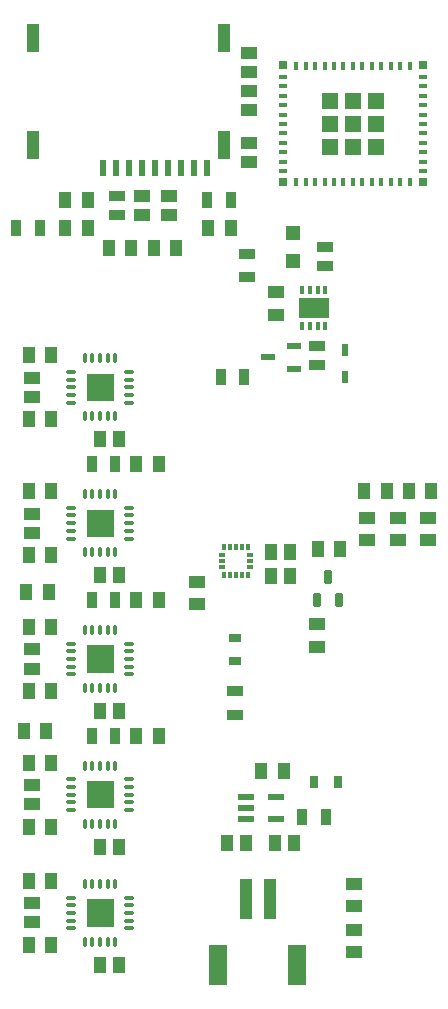
<source format=gtp>
G04*
G04 #@! TF.GenerationSoftware,Altium Limited,Altium Designer,25.3.3 (18)*
G04*
G04 Layer_Color=8421504*
%FSLAX44Y44*%
%MOMM*%
G71*
G04*
G04 #@! TF.SameCoordinates,E74E417C-EFC3-4B03-BFDF-08B39AB8E956*
G04*
G04*
G04 #@! TF.FilePolarity,Positive*
G04*
G01*
G75*
%ADD18R,1.0200X1.4700*%
%ADD19R,1.4500X1.4500*%
%ADD20R,0.7000X0.7000*%
%ADD21R,0.4000X0.8000*%
%ADD22R,0.8000X0.4000*%
%ADD23R,0.6200X1.4000*%
%ADD24R,1.1000X2.4000*%
%ADD25R,1.5000X3.4000*%
%ADD26R,1.0000X3.5000*%
%ADD27R,0.6000X0.3000*%
%ADD28R,0.3000X0.6000*%
%ADD29R,1.0500X1.4000*%
%ADD30R,1.4500X0.9500*%
%ADD31R,1.0000X0.8000*%
%ADD32R,1.0000X1.4500*%
%ADD33R,1.4500X1.0000*%
G04:AMPARAMS|DCode=34|XSize=0.81mm|YSize=0.32mm|CornerRadius=0.04mm|HoleSize=0mm|Usage=FLASHONLY|Rotation=0.000|XOffset=0mm|YOffset=0mm|HoleType=Round|Shape=RoundedRectangle|*
%AMROUNDEDRECTD34*
21,1,0.8100,0.2400,0,0,0.0*
21,1,0.7300,0.3200,0,0,0.0*
1,1,0.0800,0.3650,-0.1200*
1,1,0.0800,-0.3650,-0.1200*
1,1,0.0800,-0.3650,0.1200*
1,1,0.0800,0.3650,0.1200*
%
%ADD34ROUNDEDRECTD34*%
G04:AMPARAMS|DCode=35|XSize=0.81mm|YSize=0.32mm|CornerRadius=0.04mm|HoleSize=0mm|Usage=FLASHONLY|Rotation=90.000|XOffset=0mm|YOffset=0mm|HoleType=Round|Shape=RoundedRectangle|*
%AMROUNDEDRECTD35*
21,1,0.8100,0.2400,0,0,90.0*
21,1,0.7300,0.3200,0,0,90.0*
1,1,0.0800,0.1200,0.3650*
1,1,0.0800,0.1200,-0.3650*
1,1,0.0800,-0.1200,-0.3650*
1,1,0.0800,-0.1200,0.3650*
%
%ADD35ROUNDEDRECTD35*%
%ADD36R,1.4700X1.0200*%
%ADD37R,0.9500X1.4500*%
%ADD38R,0.8000X1.0000*%
%ADD39R,1.1500X1.1500*%
G04:AMPARAMS|DCode=40|XSize=1.26mm|YSize=0.61mm|CornerRadius=0.1525mm|HoleSize=0mm|Usage=FLASHONLY|Rotation=90.000|XOffset=0mm|YOffset=0mm|HoleType=Round|Shape=RoundedRectangle|*
%AMROUNDEDRECTD40*
21,1,1.2600,0.3050,0,0,90.0*
21,1,0.9550,0.6100,0,0,90.0*
1,1,0.3050,0.1525,0.4775*
1,1,0.3050,0.1525,-0.4775*
1,1,0.3050,-0.1525,-0.4775*
1,1,0.3050,-0.1525,0.4775*
%
%ADD40ROUNDEDRECTD40*%
%ADD41R,1.3900X0.9600*%
%ADD42R,0.3500X0.8000*%
%ADD43R,2.5000X1.7500*%
%ADD44R,1.1500X0.6000*%
%ADD45R,0.5500X1.1100*%
%ADD46R,1.4000X0.6000*%
G36*
X207500Y48500D02*
X184500D01*
Y71500D01*
X207500D01*
Y48500D01*
D02*
G37*
G36*
X207500Y148500D02*
X184500D01*
Y171500D01*
X207500D01*
Y148500D01*
D02*
G37*
G36*
Y263500D02*
X184500D01*
Y286500D01*
X207500D01*
Y263500D01*
D02*
G37*
G36*
X207500Y378500D02*
X184500D01*
Y401500D01*
X207500D01*
Y378500D01*
D02*
G37*
G36*
X207500Y493500D02*
X184500D01*
Y516500D01*
X207500D01*
Y493500D01*
D02*
G37*
D18*
X319701Y119000D02*
D03*
X303501D02*
D03*
X344300D02*
D03*
X360500D02*
D03*
X357100Y366000D02*
D03*
X340900D02*
D03*
X357100Y345000D02*
D03*
X340900D02*
D03*
X212100Y116000D02*
D03*
X195900D02*
D03*
X212100Y231000D02*
D03*
X195900D02*
D03*
X212100Y346000D02*
D03*
X195900D02*
D03*
X212100Y461000D02*
D03*
X195900D02*
D03*
X212100Y16000D02*
D03*
X195900D02*
D03*
D19*
X390250Y747750D02*
D03*
X410000D02*
D03*
X429750D02*
D03*
Y728000D02*
D03*
Y708250D02*
D03*
X410000D02*
D03*
X390250D02*
D03*
Y728000D02*
D03*
X410000D02*
D03*
D20*
X350500Y777500D02*
D03*
Y678500D02*
D03*
X469500D02*
D03*
Y777500D02*
D03*
D21*
X362000Y777000D02*
D03*
X370000D02*
D03*
X378000D02*
D03*
X386000D02*
D03*
X394000D02*
D03*
X402000D02*
D03*
X410000D02*
D03*
X418000D02*
D03*
X426000D02*
D03*
X434000D02*
D03*
X442000D02*
D03*
X450000D02*
D03*
X458000D02*
D03*
Y679000D02*
D03*
X450000D02*
D03*
X442000D02*
D03*
X434000D02*
D03*
X426000D02*
D03*
X418000D02*
D03*
X410000D02*
D03*
X402000D02*
D03*
X394000D02*
D03*
X386000D02*
D03*
X378000D02*
D03*
X370000D02*
D03*
X362000D02*
D03*
D22*
X469000Y768000D02*
D03*
Y760000D02*
D03*
Y752000D02*
D03*
Y744000D02*
D03*
Y736000D02*
D03*
Y728000D02*
D03*
Y720000D02*
D03*
Y712000D02*
D03*
Y704000D02*
D03*
Y696000D02*
D03*
Y688000D02*
D03*
X351000D02*
D03*
Y696000D02*
D03*
Y704000D02*
D03*
Y712000D02*
D03*
Y720000D02*
D03*
Y728000D02*
D03*
Y736000D02*
D03*
Y744000D02*
D03*
Y752000D02*
D03*
Y760000D02*
D03*
Y768000D02*
D03*
D23*
X253756Y690420D02*
D03*
X231756D02*
D03*
X209756D02*
D03*
X286756D02*
D03*
X242756D02*
D03*
X220756D02*
D03*
X264756D02*
D03*
X275756D02*
D03*
X198756D02*
D03*
D24*
X300556Y800420D02*
D03*
Y710420D02*
D03*
X139056D02*
D03*
Y800420D02*
D03*
D25*
X363000Y16000D02*
D03*
X296000D02*
D03*
D26*
X339501Y71500D02*
D03*
X319501D02*
D03*
D27*
X323000Y363000D02*
D03*
Y358000D02*
D03*
Y353000D02*
D03*
X299000D02*
D03*
Y358000D02*
D03*
Y363000D02*
D03*
D28*
X321000Y346000D02*
D03*
X316000D02*
D03*
X311000D02*
D03*
X306000D02*
D03*
X301000D02*
D03*
Y370000D02*
D03*
X306000D02*
D03*
X311000D02*
D03*
X316000D02*
D03*
X321000D02*
D03*
D29*
X131500Y214000D02*
D03*
X150500D02*
D03*
X332500Y180000D02*
D03*
X351500D02*
D03*
X152500Y332000D02*
D03*
X133500D02*
D03*
D30*
X310000Y228000D02*
D03*
Y248000D02*
D03*
X320000Y598000D02*
D03*
Y618000D02*
D03*
D31*
X310000Y273000D02*
D03*
Y293000D02*
D03*
D32*
X476500Y417000D02*
D03*
X457500D02*
D03*
X438500Y417000D02*
D03*
X419500D02*
D03*
X380500Y368000D02*
D03*
X399500D02*
D03*
X135500Y187000D02*
D03*
X154500D02*
D03*
X135500Y133000D02*
D03*
X154500D02*
D03*
X135500Y302000D02*
D03*
X154500D02*
D03*
X135500Y248000D02*
D03*
X154500D02*
D03*
X154500Y417000D02*
D03*
X135500D02*
D03*
X154500Y363000D02*
D03*
X135500D02*
D03*
X135500Y532000D02*
D03*
X154500D02*
D03*
Y478000D02*
D03*
X135500D02*
D03*
X245500Y440000D02*
D03*
X226500D02*
D03*
X226500Y325000D02*
D03*
X245500D02*
D03*
X245500Y210000D02*
D03*
X226500D02*
D03*
X306500Y640000D02*
D03*
X287500D02*
D03*
X241500Y623000D02*
D03*
X260500D02*
D03*
X166500Y664000D02*
D03*
X185500D02*
D03*
X222500Y623000D02*
D03*
X203500D02*
D03*
X166500Y640000D02*
D03*
X185500D02*
D03*
X154500Y33000D02*
D03*
X135500D02*
D03*
X154500Y87000D02*
D03*
X135500D02*
D03*
D33*
X474000Y375500D02*
D03*
Y394500D02*
D03*
X448000Y375500D02*
D03*
Y394500D02*
D03*
X422000Y375500D02*
D03*
Y394500D02*
D03*
X411000Y26500D02*
D03*
Y45500D02*
D03*
Y84500D02*
D03*
Y65500D02*
D03*
X278000Y340500D02*
D03*
Y321500D02*
D03*
X379500Y304500D02*
D03*
Y285500D02*
D03*
X345000Y585500D02*
D03*
Y566500D02*
D03*
D34*
X220500Y403000D02*
D03*
Y396500D02*
D03*
Y390000D02*
D03*
Y383500D02*
D03*
Y377000D02*
D03*
X171500D02*
D03*
Y383500D02*
D03*
Y390000D02*
D03*
Y396500D02*
D03*
Y403000D02*
D03*
X171500Y288000D02*
D03*
Y281500D02*
D03*
Y275000D02*
D03*
Y268500D02*
D03*
Y262000D02*
D03*
X220500D02*
D03*
Y268500D02*
D03*
Y275000D02*
D03*
Y281500D02*
D03*
Y288000D02*
D03*
X171500Y173000D02*
D03*
Y166500D02*
D03*
Y160000D02*
D03*
Y153500D02*
D03*
Y147000D02*
D03*
X220500D02*
D03*
Y153500D02*
D03*
Y160000D02*
D03*
Y166500D02*
D03*
Y173000D02*
D03*
X171500Y73000D02*
D03*
Y66500D02*
D03*
Y60000D02*
D03*
Y53500D02*
D03*
Y47000D02*
D03*
X220500D02*
D03*
Y53500D02*
D03*
Y60000D02*
D03*
Y66500D02*
D03*
Y73000D02*
D03*
X220500Y518000D02*
D03*
Y511500D02*
D03*
Y505000D02*
D03*
Y498500D02*
D03*
Y492000D02*
D03*
X171500D02*
D03*
Y498500D02*
D03*
Y505000D02*
D03*
Y511500D02*
D03*
Y518000D02*
D03*
D35*
X183000Y414500D02*
D03*
X189500D02*
D03*
X196000D02*
D03*
X202500D02*
D03*
X209000D02*
D03*
Y365500D02*
D03*
X202500D02*
D03*
X196000D02*
D03*
X189500D02*
D03*
X183000D02*
D03*
X183000Y250500D02*
D03*
X189500D02*
D03*
X196000D02*
D03*
X202500D02*
D03*
X209000D02*
D03*
Y299500D02*
D03*
X202500D02*
D03*
X196000D02*
D03*
X189500D02*
D03*
X183000D02*
D03*
X183000Y135500D02*
D03*
X189500D02*
D03*
X196000D02*
D03*
X202500D02*
D03*
X209000D02*
D03*
Y184500D02*
D03*
X202500D02*
D03*
X196000D02*
D03*
X189500D02*
D03*
X183000D02*
D03*
X183000Y35500D02*
D03*
X189500D02*
D03*
X196000D02*
D03*
X202500D02*
D03*
X209000D02*
D03*
Y84500D02*
D03*
X202500D02*
D03*
X196000D02*
D03*
X189500D02*
D03*
X183000D02*
D03*
X183000Y529500D02*
D03*
X189500D02*
D03*
X196000D02*
D03*
X202500D02*
D03*
X209000D02*
D03*
Y480500D02*
D03*
X202500D02*
D03*
X196000D02*
D03*
X189500D02*
D03*
X183000D02*
D03*
D36*
X322000Y712100D02*
D03*
Y695900D02*
D03*
X138000Y168100D02*
D03*
Y151900D02*
D03*
X138000Y266900D02*
D03*
Y283100D02*
D03*
X138000Y398100D02*
D03*
Y381900D02*
D03*
X138000Y513100D02*
D03*
Y496900D02*
D03*
X322000Y756100D02*
D03*
Y739900D02*
D03*
Y788000D02*
D03*
Y771800D02*
D03*
X254000Y650900D02*
D03*
Y667100D02*
D03*
X231756Y667100D02*
D03*
Y650900D02*
D03*
X138000Y68100D02*
D03*
Y51900D02*
D03*
D37*
X189000Y210000D02*
D03*
X209000D02*
D03*
X209000Y325000D02*
D03*
X189000D02*
D03*
X189000Y440000D02*
D03*
X209000D02*
D03*
X387000Y141000D02*
D03*
X367000D02*
D03*
X125000Y640000D02*
D03*
X145000D02*
D03*
X318000Y514000D02*
D03*
X298000D02*
D03*
X286756Y664000D02*
D03*
X306756D02*
D03*
D38*
X377000Y171000D02*
D03*
X397000D02*
D03*
D39*
X359000Y612250D02*
D03*
Y635750D02*
D03*
D40*
X389000Y344800D02*
D03*
X398500Y325200D02*
D03*
X379500D02*
D03*
D41*
X386000Y607600D02*
D03*
Y623400D02*
D03*
X380000Y524100D02*
D03*
Y539900D02*
D03*
X210000Y666900D02*
D03*
Y651100D02*
D03*
D42*
X386750Y587000D02*
D03*
X380250D02*
D03*
X386750Y557000D02*
D03*
X380250D02*
D03*
X367250D02*
D03*
X373750Y587000D02*
D03*
X367250D02*
D03*
X373750Y557000D02*
D03*
D43*
X377000Y572000D02*
D03*
D44*
X338000Y530400D02*
D03*
X360000Y540000D02*
D03*
Y520800D02*
D03*
D45*
X403000Y513600D02*
D03*
Y536400D02*
D03*
D46*
X344500Y158500D02*
D03*
Y139500D02*
D03*
X319500D02*
D03*
Y149000D02*
D03*
Y158500D02*
D03*
M02*

</source>
